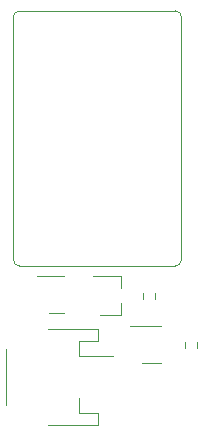
<source format=gbr>
%TF.GenerationSoftware,KiCad,Pcbnew,7.0.7*%
%TF.CreationDate,2023-09-02T22:33:14+10:00*%
%TF.ProjectId,artsey,61727473-6579-42e6-9b69-6361645f7063,rev?*%
%TF.SameCoordinates,Original*%
%TF.FileFunction,Legend,Top*%
%TF.FilePolarity,Positive*%
%FSLAX46Y46*%
G04 Gerber Fmt 4.6, Leading zero omitted, Abs format (unit mm)*
G04 Created by KiCad (PCBNEW 7.0.7) date 2023-09-02 22:33:14*
%MOMM*%
%LPD*%
G01*
G04 APERTURE LIST*
%ADD10C,0.120000*%
%ADD11C,0.100000*%
G04 APERTURE END LIST*
D10*
%TO.C,U3*%
X115288576Y-53563392D02*
X113488576Y-53563392D01*
X115288576Y-53563392D02*
X116088576Y-53563392D01*
X115288576Y-56683392D02*
X114488576Y-56683392D01*
X115288576Y-56683392D02*
X116088576Y-56683392D01*
%TO.C,BT1*%
X110741548Y-53792296D02*
X110741548Y-54812296D01*
X106491548Y-53792296D02*
X110741548Y-53792296D01*
X110741548Y-54812296D02*
X109141548Y-54812296D01*
X109141548Y-54812296D02*
X109141548Y-56092296D01*
X102921548Y-55512296D02*
X102921548Y-60192296D01*
X109141548Y-56092296D02*
X112031548Y-56092296D01*
X110741548Y-60892296D02*
X109141548Y-60892296D01*
X109141548Y-60892296D02*
X109141548Y-59612296D01*
X110741548Y-61912296D02*
X110741548Y-60892296D01*
X106491548Y-61912296D02*
X110741548Y-61912296D01*
%TO.C,R2*%
X114521544Y-51217294D02*
X114521544Y-50742778D01*
X115566544Y-51217294D02*
X115566544Y-50742778D01*
%TO.C,R1*%
X118093416Y-55384478D02*
X118093416Y-54909962D01*
X119138416Y-55384478D02*
X119138416Y-54909962D01*
%TO.C,U4*%
X107260456Y-49339176D02*
X105585456Y-49339176D01*
X107260456Y-49339176D02*
X107910456Y-49339176D01*
X107260456Y-52459176D02*
X106610456Y-52459176D01*
X107260456Y-52459176D02*
X107910456Y-52459176D01*
D11*
%TO.C,U1*%
X103586260Y-47948492D02*
X103586260Y-27358492D01*
X104086260Y-26858492D02*
X117310260Y-26858492D01*
X117310260Y-48448492D02*
X104086260Y-48448492D01*
X117810260Y-27358492D02*
X117810260Y-47948492D01*
X104086260Y-26858492D02*
G75*
G03*
X103586260Y-27358492I1J-500001D01*
G01*
X103586260Y-47948492D02*
G75*
G03*
X104086260Y-48448492I500001J1D01*
G01*
X117810260Y-27358492D02*
G75*
G03*
X117310260Y-26858492I-500000J0D01*
G01*
X117310260Y-48448492D02*
G75*
G03*
X117810260Y-47948492I0J500000D01*
G01*
D10*
%TO.C,Q1*%
X110329204Y-49306208D02*
X112729204Y-49306208D01*
X110929204Y-52606208D02*
X112729204Y-52606208D01*
X112729204Y-49306208D02*
X112729204Y-50356208D01*
X112729204Y-52606208D02*
X112729204Y-51556208D01*
%TD*%
M02*

</source>
